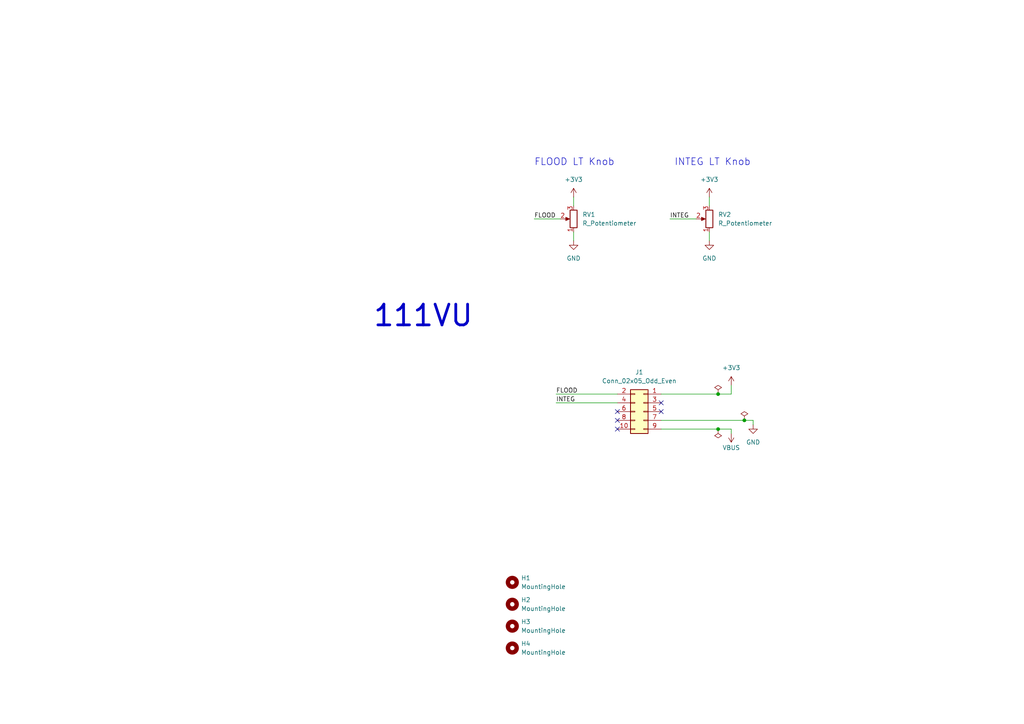
<source format=kicad_sch>
(kicad_sch (version 20231120) (generator "eeschema") (generator_version "8.0")
  (paper "A4")
  (title_block (title "111VU") (date "2024-01-15") (rev "0.1"))
  (lib_symbols
    (symbol "+3V3_1" (power) (pin_numbers hide) (pin_names (offset 0) hide)
      (property "Value" "+3V3" (at 0 3.556 0))
      (symbol "+3V3_1_0_1"
        (polyline (pts (xy -0.762 1.27) (xy 0 2.54)))
        (polyline (pts (xy 0 0) (xy 0 2.54)))
        (polyline (pts (xy 0 2.54) (xy 0.762 1.27)))
      )
      (symbol "+3V3_1_1_1"
        (pin power_in line (at 0 0 90) (length 0) (name "~") (number "1"))
      )
    )
    (symbol "Connector_Generic:Conn_02x05_Odd_Even" (pin_names (offset 1.016) hide)
      (property "Reference" "J" (at 1.27 7.62 0))
      (property "Value" "Conn_02x05_Odd_Even" (at 1.27 -7.62 0))
      (symbol "Conn_02x05_Odd_Even_1_1"
        (rectangle (start -1.27 -4.953) (end 0 -5.207) (stroke (width 0.1524)))
        (rectangle (start -1.27 -2.413) (end 0 -2.667) (stroke (width 0.1524)))
        (rectangle (start -1.27 0.127) (end 0 -0.127) (stroke (width 0.1524)))
        (rectangle (start -1.27 2.667) (end 0 2.413) (stroke (width 0.1524)))
        (rectangle (start -1.27 5.207) (end 0 4.953) (stroke (width 0.1524)))
        (rectangle (start -1.27 6.35) (end 3.81 -6.35) (stroke (width 0.254)) (fill (type background)))
        (rectangle (start 3.81 -4.953) (end 2.54 -5.207) (stroke (width 0.1524)))
        (rectangle (start 3.81 -2.413) (end 2.54 -2.667) (stroke (width 0.1524)))
        (rectangle (start 3.81 0.127) (end 2.54 -0.127) (stroke (width 0.1524)))
        (rectangle (start 3.81 2.667) (end 2.54 2.413) (stroke (width 0.1524)))
        (rectangle (start 3.81 5.207) (end 2.54 4.953) (stroke (width 0.1524)))
        (pin passive line (at -5.08 5.08 0) (length 3.81) (name "Pin_1") (number "1"))
        (pin passive line (at 7.62 -5.08 180) (length 3.81) (name "Pin_10") (number "10"))
        (pin passive line (at 7.62 5.08 180) (length 3.81) (name "Pin_2") (number "2"))
        (pin passive line (at -5.08 2.54 0) (length 3.81) (name "Pin_3") (number "3"))
        (pin passive line (at 7.62 2.54 180) (length 3.81) (name "Pin_4") (number "4"))
        (pin passive line (at -5.08 0 0) (length 3.81) (name "Pin_5") (number "5"))
        (pin passive line (at 7.62 0 180) (length 3.81) (name "Pin_6") (number "6"))
        (pin passive line (at -5.08 -2.54 0) (length 3.81) (name "Pin_7") (number "7"))
        (pin passive line (at 7.62 -2.54 180) (length 3.81) (name "Pin_8") (number "8"))
        (pin passive line (at -5.08 -5.08 0) (length 3.81) (name "Pin_9") (number "9"))
      )
    )
    (symbol "Device:R_Potentiometer" (pin_names (offset 1.016) hide)
      (property "Reference" "RV" (at -4.445 0 90))
      (property "Value" "R_Potentiometer" (at -2.54 0 90))
      (symbol "R_Potentiometer_0_1"
        (polyline (pts (xy 2.54 0) (xy 1.524 0)))
        (polyline (pts (xy 1.143 0) (xy 2.286 0.508) (xy 2.286 -0.508) (xy 1.143 0)) (fill (type outline)))
        (rectangle (start 1.016 2.54) (end -1.016 -2.54) (stroke (width 0.254)))
      )
      (symbol "R_Potentiometer_1_1"
        (pin passive line (at 0 3.81 270) (length 1.27) (name "1") (number "1"))
        (pin passive line (at 3.81 0 180) (length 1.27) (name "2") (number "2"))
        (pin passive line (at 0 -3.81 90) (length 1.27) (name "3") (number "3"))
      )
    )
    (symbol "GND_1" (power) (pin_numbers hide) (pin_names (offset 0) hide)
      (property "Value" "GND" (at 0 -3.81 0))
      (symbol "GND_1_0_1"
        (polyline (pts (xy 0 0) (xy 0 -1.27) (xy 1.27 -1.27) (xy 0 -2.54) (xy -1.27 -1.27) (xy 0 -1.27)))
      )
      (symbol "GND_1_1_1"
        (pin power_in line (at 0 0 270) (length 0) (name "~") (number "1"))
      )
    )
    (symbol "Mechanical:MountingHole" (pin_names (offset 1.016))
      (property "Reference" "H" (at 0 5.08 0))
      (property "Value" "MountingHole" (at 0 3.175 0))
      (symbol "MountingHole_0_1"
        (circle (center 0 0) (radius 1.27) (stroke (width 1.27)))
      )
    )
    (symbol "power:+3V3" (power) (pin_numbers hide) (pin_names (offset 0) hide)
      (property "Value" "+3V3" (at 0 3.556 0))
      (symbol "+3V3_0_1"
        (polyline (pts (xy -0.762 1.27) (xy 0 2.54)))
        (polyline (pts (xy 0 0) (xy 0 2.54)))
        (polyline (pts (xy 0 2.54) (xy 0.762 1.27)))
      )
      (symbol "+3V3_1_1"
        (pin power_in line (at 0 0 90) (length 0) (name "~") (number "1"))
      )
    )
    (symbol "power:GND" (power) (pin_numbers hide) (pin_names (offset 0) hide)
      (property "Value" "GND" (at 0 -3.81 0))
      (symbol "GND_0_1"
        (polyline (pts (xy 0 0) (xy 0 -1.27) (xy 1.27 -1.27) (xy 0 -2.54) (xy -1.27 -1.27) (xy 0 -1.27)))
      )
      (symbol "GND_1_1"
        (pin power_in line (at 0 0 270) (length 0) (name "~") (number "1"))
      )
    )
    (symbol "power:PWR_FLAG" (power) (pin_numbers hide) (pin_names (offset 0) hide)
      (property "Value" "PWR_FLAG" (at 0 3.81 0))
      (symbol "PWR_FLAG_0_0"
        (pin power_out line (at 0 0 90) (length 0) (name "~") (number "1"))
      )
      (symbol "PWR_FLAG_0_1"
        (polyline (pts (xy 0 0) (xy 0 1.27) (xy -1.016 1.905) (xy 0 2.54) (xy 1.016 1.905) (xy 0 1.27)))
      )
    )
    (symbol "power:VBUS" (power) (pin_numbers hide) (pin_names (offset 0) hide)
      (property "Value" "VBUS" (at 0 3.556 0))
      (symbol "VBUS_0_1"
        (polyline (pts (xy -0.762 1.27) (xy 0 2.54)))
        (polyline (pts (xy 0 0) (xy 0 2.54)))
        (polyline (pts (xy 0 2.54) (xy 0.762 1.27)))
      )
      (symbol "VBUS_1_1"
        (pin power_in line (at 0 0 90) (length 0) (name "~") (number "1"))
      )
    )
  )
  (junction (at 215.9 121.92))
  (junction (at 208.28 114.3))
  (junction (at 208.28 124.46))
  (no_connect (at 191.77 116.84))
  (no_connect (at 191.77 119.38))
  (no_connect (at 179.07 119.38))
  (no_connect (at 179.07 124.46))
  (no_connect (at 179.07 121.92))
  (wire (pts (xy 205.74 67.31) (xy 205.74 69.85)))
  (wire (pts (xy 205.74 57.15) (xy 205.74 59.69)))
  (wire (pts (xy 194.31 63.5) (xy 201.93 63.5)))
  (wire (pts (xy 191.77 121.92) (xy 215.9 121.92)))
  (wire (pts (xy 161.29 116.84) (xy 179.07 116.84)))
  (wire (pts (xy 212.09 124.46) (xy 212.09 125.73)))
  (wire (pts (xy 161.29 114.3) (xy 179.07 114.3)))
  (wire (pts (xy 208.28 114.3) (xy 212.09 114.3)))
  (wire (pts (xy 218.44 121.92) (xy 218.44 123.19)))
  (wire (pts (xy 166.37 57.15) (xy 166.37 59.69)))
  (wire (pts (xy 212.09 111.76) (xy 212.09 114.3)))
  (wire (pts (xy 191.77 124.46) (xy 208.28 124.46)))
  (wire (pts (xy 166.37 67.31) (xy 166.37 69.85)))
  (wire (pts (xy 191.77 114.3) (xy 208.28 114.3)))
  (wire (pts (xy 154.94 63.5) (xy 162.56 63.5)))
  (wire (pts (xy 215.9 121.92) (xy 218.44 121.92)))
  (wire (pts (xy 208.28 124.46) (xy 212.09 124.46)))
  (text "FLOOD LT Knob" (at 154.94 48.26 0) (effects (font (size 2 2)) (justify left bottom)))
  (text "INTEG LT Knob" (at 195.58 48.26 0) (effects (font (size 2 2)) (justify left bottom)))
  (text "111VU" (at 107.95 95.25 0) (effects (font (size 6 6) (thickness 0.8) (bold yes)) (justify left bottom)))
  (label "FLOOD" (at 154.94 63.5 0))
  (label "FLOOD" (at 161.29 114.3 0))
  (label "INTEG" (at 194.31 63.5 0))
  (label "INTEG" (at 161.29 116.84 0))
  (symbol (lib_id "power:VBUS") (at 212.09 125.73 180) (unit 1)
    (property "Reference" "#PWR08" (effects (hide yes)))
    (property "Value" "VBUS" (at 212.09 129.8631 0))
    (property "Description" "Power symbol creates a global label with name \"VBUS\"" (effects (hide yes)))
  )
  (symbol (lib_id "Device:R_Potentiometer") (at 205.74 63.5 180) (unit 1)
    (property "Reference" "RV2" (at 208.28 62.23 0) (effects (justify right)))
    (property "Value" "R_Potentiometer" (at 208.28 64.77 0) (effects (justify right)))
    (property "Footprint" "NiasStuff:Potentiometer_Alps_RK09L_Double_Vertical" (effects (hide yes)))
    (property "Datasheet" "https://datasheet.lcsc.com/lcsc/1912111437_ALPSALPINE-RK09L1240A12_C380211.pdf" (effects (hide yes)))
    (property "Manufracturer" "ALPSALPINE" (effects (hide yes)))
    (property "Manufracturer Part Number" "RK09L1240A12" (effects (hide yes)))
    (property "JLCPCB Part" "C380211" (effects (hide yes)))
  )
  (symbol (lib_id "power:+3V3") (at 166.37 57.15 0) (unit 1)
    (property "Reference" "#PWR02" (effects (hide yes)))
    (property "Value" "+3V3" (at 166.37 52.07 0))
    (property "Description" "Power symbol creates a global label with name \"+3V3\"" (effects (hide yes)))
  )
  (symbol (lib_id "Device:R_Potentiometer") (at 166.37 63.5 180) (unit 1)
    (property "Reference" "RV1" (at 168.91 62.23 0) (effects (justify right)))
    (property "Value" "R_Potentiometer" (at 168.91 64.77 0) (effects (justify right)))
    (property "Footprint" "NiasStuff:Potentiometer_Alps_RK09L_Double_Vertical" (effects (hide yes)))
    (property "Datasheet" "https://datasheet.lcsc.com/lcsc/1912111437_ALPSALPINE-RK09L1240A12_C380211.pdf" (effects (hide yes)))
    (property "Manufracturer" "ALPSALPINE" (effects (hide yes)))
    (property "Manufracturer Part Number" "RK09L1240A12" (effects (hide yes)))
    (property "JLCPCB Part" "C380211" (effects (hide yes)))
  )
  (symbol (lib_id "power:GND") (at 166.37 69.85 0) (unit 1)
    (property "Reference" "#PWR03" (effects (hide yes)))
    (property "Value" "GND" (at 166.37 74.93 0))
    (property "Description" "Power symbol creates a global label with name \"GND\" , ground" (effects (hide yes)))
  )
  (symbol (lib_id "Connector_Generic:Conn_02x05_Odd_Even") (at 186.69 119.38 0) (mirror y) (unit 1)
    (property "Reference" "J1" (at 185.42 107.95 0))
    (property "Value" "Conn_02x05_Odd_Even" (at 185.42 110.49 0))
    (property "Footprint" "Connector_IDC:IDC-Header_2x05_P2.54mm_Vertical" (effects (hide yes)))
    (property "Datasheet" "https://www.lcsc.com/datasheet/lcsc_datasheet_1810281612_BOOMELE-Boom-Precision-Elec-2-54-2-5P_C5665.pdf" (effects (hide yes)))
    (property "JLCPCB Part" "C5665" (effects (hide yes)))
    (property "Manufracturer" "BOOMELE(Boom Precision Elec)" (effects (hide yes)))
    (property "Manufracturer Part Number" "2.54-2*5P" (effects (hide yes)))
  )
  (symbol (lib_id "power:GND") (at 205.74 69.85 0) (unit 1)
    (property "Reference" "#PWR05" (effects (hide yes)))
    (property "Value" "GND" (at 205.74 74.93 0))
    (property "Description" "Power symbol creates a global label with name \"GND\" , ground" (effects (hide yes)))
  )
  (symbol (lib_name "+3V3_1") (lib_id "power:+3V3") (at 212.09 111.76 0) (unit 1)
    (property "Reference" "#PWR07" (effects (hide yes)))
    (property "Value" "+3V3" (at 212.09 106.68 0))
    (property "Description" "Power symbol creates a global label with name \"+3V3\"" (effects (hide yes)))
  )
  (symbol (lib_id "Mechanical:MountingHole") (at 148.59 168.91 0) (unit 1) (in_bom no)
    (property "Reference" "H1" (at 151.13 167.64 0) (effects (justify left)))
    (property "Value" "MountingHole" (at 151.13 170.18 0) (effects (justify left)))
    (property "Footprint" "MountingHole:MountingHole_2.2mm_M2" (effects (hide yes)))
  )
  (symbol (lib_id "Mechanical:MountingHole") (at 148.59 187.96 0) (unit 1) (in_bom no)
    (property "Reference" "H4" (at 151.13 186.69 0) (effects (justify left)))
    (property "Value" "MountingHole" (at 151.13 189.23 0) (effects (justify left)))
    (property "Footprint" "MountingHole:MountingHole_2.2mm_M2" (effects (hide yes)))
  )
  (symbol (lib_id "power:+3V3") (at 205.74 57.15 0) (unit 1)
    (property "Reference" "#PWR04" (effects (hide yes)))
    (property "Value" "+3V3" (at 205.74 52.07 0))
    (property "Description" "Power symbol creates a global label with name \"+3V3\"" (effects (hide yes)))
  )
  (symbol (lib_id "Mechanical:MountingHole") (at 148.59 175.26 0) (unit 1) (in_bom no)
    (property "Reference" "H2" (at 151.13 173.99 0) (effects (justify left)))
    (property "Value" "MountingHole" (at 151.13 176.53 0) (effects (justify left)))
    (property "Footprint" "MountingHole:MountingHole_2.2mm_M2" (effects (hide yes)))
  )
  (symbol (lib_id "power:PWR_FLAG") (at 215.9 121.92 0) (unit 1)
    (property "Reference" "#FLG03" (effects (hide yes)))
    (property "Value" "PWR_FLAG" (effects (hide yes)))
    (property "Description" "Special symbol for telling ERC where power comes from" (effects (hide yes)))
  )
  (symbol (lib_id "Mechanical:MountingHole") (at 148.59 181.61 0) (unit 1) (in_bom no)
    (property "Reference" "H3" (at 151.13 180.34 0) (effects (justify left)))
    (property "Value" "MountingHole" (at 151.13 182.88 0) (effects (justify left)))
    (property "Footprint" "MountingHole:MountingHole_2.2mm_M2" (effects (hide yes)))
  )
  (symbol (lib_id "power:PWR_FLAG") (at 208.28 124.46 180) (unit 1)
    (property "Reference" "#FLG02" (effects (hide yes)))
    (property "Value" "PWR_FLAG" (effects (hide yes)))
    (property "Description" "Special symbol for telling ERC where power comes from" (effects (hide yes)))
  )
  (symbol (lib_name "GND_1") (lib_id "power:GND") (at 218.44 123.19 0) (unit 1)
    (property "Reference" "#PWR09" (effects (hide yes)))
    (property "Value" "GND" (at 218.44 128.27 0))
    (property "Description" "Power symbol creates a global label with name \"GND\" , ground" (effects (hide yes)))
  )
  (symbol (lib_id "power:PWR_FLAG") (at 208.28 114.3 0) (unit 1)
    (property "Reference" "#FLG01" (effects (hide yes)))
    (property "Value" "PWR_FLAG" (effects (hide yes)))
    (property "Description" "Special symbol for telling ERC where power comes from" (effects (hide yes)))
  )
)
</source>
